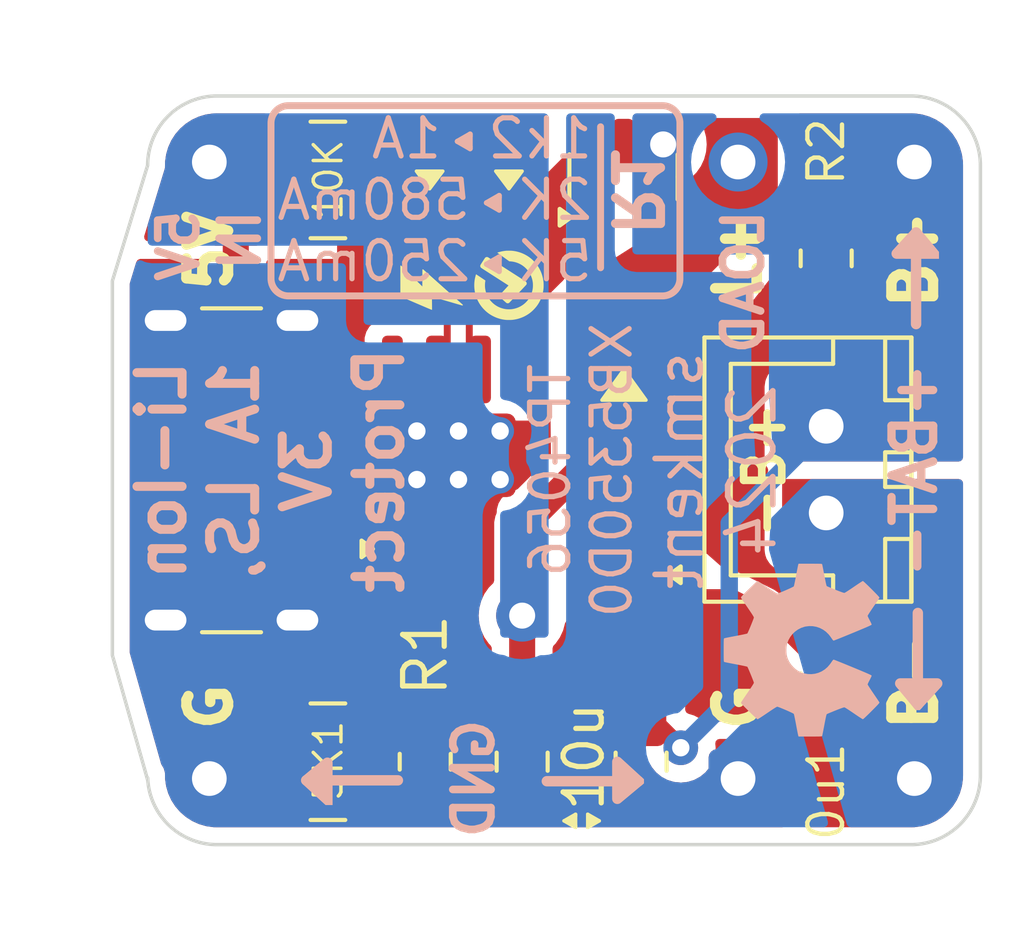
<source format=kicad_pcb>
(kicad_pcb (version 20240108) (generator "pcbnew") (generator_version "8.0")
  (layers (0 "F.Cu" signal) (31 "B.Cu" signal) (34 "B.Paste" user) (35 "F.Paste" user) (36 "B.SilkS" user "B.Silkscreen") (37 "F.SilkS" user "F.Silkscreen") (38 "B.Mask" user) (39 "F.Mask" user) (44 "Edge.Cuts" user))
  (net 0 "")
  (net 1 "GND")
  (net 2 "VIN")
  (net 3 "VOUT")
  (net 4 "B+")
  (net 5 "Net-(LED1-A)")
  (net 6 "Net-(LED1-K)")
  (net 7 "Net-(LED2-A)")
  (net 8 "Net-(LED2-K)")
  (net 9 "Net-(U1-PROG)")
  (net 10 "Net-(J0-CC1)")
  (net 11 "Net-(J0-CC2)")
  (net 14 "B-")
  (net 15 "BATVDD")
  (footprint "Resistor_SMD:R_Array_Convex_4x0603" (layer "F.Cu") (at 125.338 111.2735)
    (property "Reference" "RN2" (hide yes))
    (property "Value" "5K1")
    (pad "1" smd rect (at -0.9 -1.2) (size 0.8 0.5) (layers "F.Cu" "F.Paste" "F.Mask") (net 11 "Net-(J0-CC2)"))
    (pad "2" smd rect (at -0.9 -0.4) (size 0.8 0.4) (layers "F.Cu" "F.Paste" "F.Mask") (net 10 "Net-(J0-CC1)"))
    (pad "3" smd rect (at -0.9 0.4) (size 0.8 0.4) (layers "F.Cu" "F.Paste" "F.Mask") (net 1 "GND"))
    (pad "4" smd rect (at -0.9 1.2) (size 0.8 0.5) (layers "F.Cu" "F.Paste" "F.Mask") (net 1 "GND"))
    (pad "5" smd rect (at 0.9 1.2) (size 0.8 0.5) (layers "F.Cu" "F.Paste" "F.Mask") (net 1 "GND"))
    (pad "6" smd rect (at 0.9 0.4) (size 0.8 0.4) (layers "F.Cu" "F.Paste" "F.Mask") (net 1 "GND"))
    (pad "7" smd rect (at 0.9 -0.4) (size 0.8 0.4) (layers "F.Cu" "F.Paste" "F.Mask") (net 1 "GND"))
    (pad "8" smd rect (at 0.9 -1.2) (size 0.8 0.5) (layers "F.Cu" "F.Paste" "F.Mask") (net 1 "GND"))
  )
  (footprint "Resistor_SMD:R_0805_2012Metric_Pad1.20x1.40mm_HandSolder" (layer "F.Cu") (at 128.143 111.2735 -90)
    (property "Reference" "R1" (hide yes))
    (property "Value" "1K2")
    (pad "1" smd roundrect (at -1 0 270) (size 1.2 1.4) (layers "F.Cu" "F.Paste" "F.Mask") (roundrect_rratio 0.208333) (net 9 "Net-(U1-PROG)"))
    (pad "2" smd roundrect (at 1 0 270) (size 1.2 1.4) (layers "F.Cu" "F.Paste" "F.Mask") (roundrect_rratio 0.208333) (net 1 "GND"))
  )
  (footprint "custom:SOIC-8-1EP_3.9x4.9mm_P1.27mm_EP2.41x3.3mm_ThermalVias_CustomVias" (layer "F.Cu") (at 129.102 102.437 90)
    (property "Reference" "U1" (hide yes))
    (property "Value" "TP4056")
    (pad "1" smd roundrect (at -2.475 -1.905 90) (size 1.95 0.6) (layers "F.Cu" "F.Paste" "F.Mask") (net 1 "GND"))
    (pad "2" smd roundrect (at -2.475 -0.635 90) (size 1.95 0.6) (layers "F.Cu" "F.Paste" "F.Mask") (net 9 "Net-(U1-PROG)"))
    (pad "3" smd roundrect (at -2.475 0.635 90) (size 1.95 0.6) (layers "F.Cu" "F.Paste" "F.Mask") (net 1 "GND"))
    (pad "4" smd roundrect (at -2.475 1.905 90) (size 1.95 0.6) (layers "F.Cu" "F.Paste" "F.Mask") (net 2 "VIN"))
    (pad "5" smd roundrect (at 2.475 1.905 90) (size 1.95 0.6) (layers "F.Cu" "F.Paste" "F.Mask") (net 4 "B+"))
    (pad "6" smd roundrect (at 2.475 0.635 90) (size 1.95 0.6) (layers "F.Cu" "F.Paste" "F.Mask") (net 8 "Net-(LED2-K)"))
    (pad "7" smd roundrect (at 2.475 -0.635 90) (size 1.95 0.6) (layers "F.Cu" "F.Paste" "F.Mask") (net 6 "Net-(LED1-K)"))
    (pad "8" smd roundrect (at 2.475 -1.905 90) (size 1.95 0.6) (layers "F.Cu" "F.Paste" "F.Mask") (net 2 "VIN"))
    (pad "9" thru_hole circle (at -0.7 -1.2 90) (size 0.8 0.8) (drill 0.5) (property pad_prop_heatsink) (layers "*.Cu") (net 1 "GND"))
    (pad "9" thru_hole circle (at -0.7 0 90) (size 0.8 0.8) (drill 0.5) (property pad_prop_heatsink) (layers "*.Cu") (net 1 "GND"))
    (pad "9" thru_hole circle (at -0.7 1.2 90) (size 0.8 0.8) (drill 0.5) (property pad_prop_heatsink) (layers "*.Cu") (net 1 "GND"))
    (pad "9" smd rect (at 0 0 90) (size 1.9 2.9) (property pad_prop_heatsink) (layers "B.Cu") (net 1 "GND"))
    (pad "9" smd roundrect (at 0 0 90) (size 2.41 3.3) (property pad_prop_heatsink) (layers "F.Cu" "F.Mask") (roundrect_rratio 0.1037344398) (net 1 "GND"))
    (pad "9" thru_hole circle (at 0.7 -1.2 90) (size 0.8 0.8) (drill 0.5) (property pad_prop_heatsink) (layers "*.Cu") (net 1 "GND"))
    (pad "9" thru_hole circle (at 0.7 0 90) (size 0.8 0.8) (drill 0.5) (property pad_prop_heatsink) (layers "*.Cu") (net 1 "GND"))
    (pad "9" thru_hole circle (at 0.7 1.2 90) (size 0.8 0.8) (drill 0.5) (property pad_prop_heatsink) (layers "*.Cu") (net 1 "GND"))
  )
  (footprint "custom:JST_XH_B2B-XH-A_1x02_P2.50mm_Vertical_simple" (layer "F.Cu") (at 139.7 101.6 -90)
    (property "Reference" "BT1" (hide yes))
    (property "Value" "Battery_Cell")
    (pad "1" thru_hole oval (at 0 0 270) (size 1.7 2) (drill 1) (layers "*.Cu" "*.Mask") (net 4 "B+"))
    (pad "2" thru_hole oval (at 2.5 0 270) (size 1.7 2) (drill 1) (layers "*.Cu" "*.Mask") (net 14 "B-"))
  )
  (footprint "Capacitor_SMD:C_0805_2012Metric_Pad1.18x1.45mm_HandSolder" (layer "F.Cu") (at 130.937 111.2735 -90)
    (property "Reference" "C1" (hide yes))
    (property "Value" "10uF")
    (pad "1" smd roundrect (at -1.0375 0 270) (size 1.175 1.45) (layers "F.Cu" "F.Paste" "F.Mask") (roundrect_rratio 0.212766) (net 2 "VIN"))
    (pad "2" smd roundrect (at 1.0375 0 270) (size 1.175 1.45) (layers "F.Cu" "F.Paste" "F.Mask") (roundrect_rratio 0.212766) (net 1 "GND"))
  )
  (footprint "graphics:icon-check-mark-circle-2mm" (layer "F.Cu") (at 130.55617 97.535828 90)
    (property "Reference" "G***" (hide yes))
    (property "Value" "LOGO" (hide yes))
  )
  (footprint "custom:LED_0805_2012Metric_Pad1.15x1.40mm_HandSolder_simple" (layer "F.Cu") (at 128.27 94.497 90)
    (property "Reference" "LED1" (hide yes))
    (property "Value" "Charge")
    (pad "1" smd roundrect (at -1.025 0 90) (size 1.15 1.4) (layers "F.Cu" "F.Paste" "F.Mask") (roundrect_rratio 0.217391) (net 6 "Net-(LED1-K)"))
    (pad "2" smd roundrect (at 1.025 0 90) (size 1.15 1.4) (layers "F.Cu" "F.Paste" "F.Mask") (roundrect_rratio 0.217391) (net 5 "Net-(LED1-A)"))
  )
  (footprint "Capacitor_SMD:C_0805_2012Metric_Pad1.18x1.45mm_HandSolder" (layer "F.Cu") (at 134.366 111.2735 90)
    (property "Reference" "C2" (hide yes))
    (property "Value" "10uF")
    (pad "1" smd roundrect (at -1.0375 0 90) (size 1.175 1.45) (layers "F.Cu" "F.Paste" "F.Mask") (roundrect_rratio 0.212766) (net 1 "GND"))
    (pad "2" smd roundrect (at 1.0375 0 90) (size 1.175 1.45) (layers "F.Cu" "F.Paste" "F.Mask") (roundrect_rratio 0.212766) (net 4 "B+"))
  )
  (footprint "custom:SOT-23-5_simple" (layer "F.Cu") (at 133.667 107.1825 -90)
    (property "Reference" "U2" (hide yes))
    (property "Value" "XB5350D0")
    (pad "1" smd roundrect (at -1.1375 -0.95 270) (size 1.325 0.6) (layers "F.Cu" "F.Paste" "F.Mask"))
    (pad "2" smd roundrect (at -1.1375 0 270) (size 1.325 0.6) (layers "F.Cu" "F.Paste" "F.Mask") (net 14 "B-"))
    (pad "3" smd roundrect (at -1.1375 0.95 270) (size 1.325 0.6) (layers "F.Cu" "F.Paste" "F.Mask") (net 15 "BATVDD"))
    (pad "4" smd roundrect (at 1.1375 0.95 270) (size 1.325 0.6) (layers "F.Cu" "F.Paste" "F.Mask") (net 1 "GND"))
    (pad "5" smd roundrect (at 1.1375 -0.95 270) (size 1.325 0.6) (layers "F.Cu" "F.Paste" "F.Mask") (net 1 "GND"))
  )
  (footprint "Capacitor_SMD:C_0805_2012Metric_Pad1.18x1.45mm_HandSolder" (layer "F.Cu") (at 139.7 108.9875 90)
    (property "Reference" "C3" (hide yes))
    (property "Value" "0.1uF")
    (pad "1" smd roundrect (at -1.0375 0 90) (size 1.175 1.45) (layers "F.Cu" "F.Paste" "F.Mask") (roundrect_rratio 0.212766) (net 14 "B-"))
    (pad "2" smd roundrect (at 1.0375 0 90) (size 1.175 1.45) (layers "F.Cu" "F.Paste" "F.Mask") (roundrect_rratio 0.212766) (net 15 "BATVDD"))
  )
  (footprint "Package_TO_SOT_SMD:SOT-23" (layer "F.Cu") (at 133.858 94.4095 90)
    (property "Reference" "Q1" (hide yes))
    (property "Value" "AO3401A")
    (pad "1" smd roundrect (at -0.9375 -0.95 90) (size 1.475 0.6) (layers "F.Cu" "F.Paste" "F.Mask") (net 2 "VIN"))
    (pad "2" smd roundrect (at -0.9375 0.95 90) (size 1.475 0.6) (layers "F.Cu" "F.Paste" "F.Mask") (net 3 "VOUT"))
    (pad "3" smd roundrect (at 0.9375 0 90) (size 1.475 0.6) (layers "F.Cu" "F.Paste" "F.Mask") (net 4 "B+"))
  )
  (footprint "custom:D_SMA_simple" (layer "F.Cu") (at 133.858 100.425 -90)
    (property "Reference" "D3" (hide yes))
    (property "Value" "SS34")
    (pad "1" smd roundrect (at -2 0 270) (size 2.5 1.8) (layers "F.Cu" "F.Paste" "F.Mask") (roundrect_rratio 0.1388888889) (net 3 "VOUT"))
    (pad "2" smd roundrect (at 2 0 270) (size 2.5 1.8) (layers "F.Cu" "F.Paste" "F.Mask") (roundrect_rratio 0.1388888889) (net 2 "VIN"))
  )
  (footprint "custom:USB_C_Receptacle_GCT_USB4125-xx-x_6P_TopMnt_Horizontal_handsolder" (layer "F.Cu") (at 121.46 102.87 -90)
    (property "Reference" "J0" (hide yes))
    (property "Value" "USB_C_Receptacle_PowerOnly_6P")
    (pad "A5" smd roundrect (at -0.5 -3.28 270) (size 0.7 1.6) (layers "F.Cu" "F.Paste" "F.Mask") (net 10 "Net-(J0-CC1)"))
    (pad "A9" smd roundrect (at 1.52 -3.28 90) (size 0.76 1.6) (layers "F.Cu" "F.Paste" "F.Mask") (net 2 "VIN"))
    (pad "A12" smd roundrect (at 2.75 -3.28 90) (size 0.8 1.6) (layers "F.Cu" "F.Paste" "F.Mask") (net 1 "GND"))
    (pad "B5" smd roundrect (at 0.5 -3.28 90) (size 0.7 1.6) (layers "F.Cu" "F.Paste" "F.Mask") (net 11 "Net-(J0-CC2)"))
    (pad "B9" smd roundrect (at -1.52 -3.28 270) (size 0.76 1.6) (layers "F.Cu" "F.Paste" "F.Mask") (net 2 "VIN"))
    (pad "B12" smd roundrect (at -2.75 -3.28 270) (size 0.8 1.6) (layers "F.Cu" "F.Paste" "F.Mask") (net 1 "GND"))
    (pad "S1" thru_hole oval (at -4.32 -3 270) (size 1.1 1.7) (drill oval 0.6 1.2) (layers "*.Cu" "*.Mask" "F.Paste") (net 1 "GND"))
    (pad "S1" thru_hole oval (at -4.32 0.8 270) (size 1.1 1.7) (drill oval 0.6 1.2) (layers "*.Cu" "*.Mask" "F.Paste") (net 1 "GND"))
    (pad "S1" thru_hole oval (at 4.32 -3 270) (size 1.1 1.7) (drill oval 0.6 1.2) (layers "*.Cu" "*.Mask" "F.Paste") (net 1 "GND"))
    (pad "S1" thru_hole oval (at 4.32 0.8 270) (size 1.1 1.7) (drill oval 0.6 1.2) (layers "*.Cu" "*.Mask" "F.Paste") (net 1 "GND"))
  )
  (footprint "Resistor_SMD:R_0805_2012Metric_Pad1.20x1.40mm_HandSolder" (layer "F.Cu") (at 139.7 96.758 -90)
    (property "Reference" "R2" (hide yes))
    (property "Value" "100R")
    (pad "1" smd roundrect (at -1 0 270) (size 1.2 1.4) (layers "F.Cu" "F.Paste" "F.Mask") (roundrect_rratio 0.208333) (net 4 "B+"))
    (pad "2" smd roundrect (at 1 0 270) (size 1.2 1.4) (layers "F.Cu" "F.Paste" "F.Mask") (roundrect_rratio 0.208333) (net 15 "BATVDD"))
  )
  (footprint "custom:LED_0805_2012Metric_Pad1.15x1.40mm_HandSolder_simple" (layer "F.Cu") (at 130.556 94.497 90)
    (property "Reference" "LED2" (hide yes))
    (property "Value" "Done")
    (pad "1" smd roundrect (at -1.025 0 90) (size 1.15 1.4) (layers "F.Cu" "F.Paste" "F.Mask") (roundrect_rratio 0.217391) (net 8 "Net-(LED2-K)"))
    (pad "2" smd roundrect (at 1.025 0 90) (size 1.15 1.4) (layers "F.Cu" "F.Paste" "F.Mask") (roundrect_rratio 0.217391) (net 7 "Net-(LED2-A)"))
  )
  (footprint "Resistor_SMD:R_Array_Convex_4x0603" (layer "F.Cu") (at 125.338 94.497 180)
    (property "Reference" "RN1" (hide yes))
    (property "Value" "10K")
    (pad "1" smd rect (at -0.9 -1.2 180) (size 0.8 0.5) (layers "F.Cu" "F.Paste" "F.Mask") (net 1 "GND"))
    (pad "2" smd rect (at -0.9 -0.4 180) (size 0.8 0.4) (layers "F.Cu" "F.Paste" "F.Mask") (net 7 "Net-(LED2-A)"))
    (pad "3" smd rect (at -0.9 0.4 180) (size 0.8 0.4) (layers "F.Cu" "F.Paste" "F.Mask") (net 5 "Net-(LED1-A)"))
    (pad "4" smd rect (at -0.9 1.2 180) (size 0.8 0.5) (layers "F.Cu" "F.Paste" "F.Mask"))
    (pad "5" smd rect (at 0.9 1.2 180) (size 0.8 0.5) (layers "F.Cu" "F.Paste" "F.Mask"))
    (pad "6" smd rect (at 0.9 0.4 180) (size 0.8 0.4) (layers "F.Cu" "F.Paste" "F.Mask") (net 2 "VIN"))
    (pad "7" smd rect (at 0.9 -0.4 180) (size 0.8 0.4) (layers "F.Cu" "F.Paste" "F.Mask") (net 2 "VIN"))
    (pad "8" smd rect (at 0.9 -1.2 180) (size 0.8 0.5) (layers "F.Cu" "F.Paste" "F.Mask") (net 2 "VIN"))
  )
  (footprint "graphics:icon-lightning-bolt-2mm" (layer "F.Cu") (at 128.259888 97.659736 90)
    (property "Reference" "G***" (hide yes))
    (property "Value" "LOGO" (hide yes))
  )
  (footprint "custom:PinHeader_1x01_P2.54mm_simple_square" (layer "B.Cu") (at 142.24 111.76 -90)
    (property "Reference" "J4" (hide yes))
    (property "Value" "Conn_01x01")
    (pad "1" thru_hole roundrect (at 0 0 270) (size 1.7 1.7) (drill 1) (layers "*.Cu" "*.Mask") (roundrect_rratio 0.1470588235) (net 14 "B-"))
  )
  (footprint "custom:PinHeader_1x01_P2.54mm_simple_square" (layer "B.Cu") (at 121.92 111.76 180)
    (property "Reference" "J2" (hide yes))
    (property "Value" "Conn_01x01")
    (pad "1" thru_hole roundrect (at 0 0 180) (size 1.7 1.7) (drill 1) (layers "*.Cu" "*.Mask") (roundrect_rratio 0.1470588235) (net 1 "GND"))
  )
  (footprint "custom:PinHeader_1x01_P2.54mm_simple" (layer "B.Cu") (at 121.92 93.98 180)
    (property "Reference" "J1" (hide yes))
    (property "Value" "Conn_01x01")
    (pad "1" thru_hole oval (at 0 0 180) (size 1.7 1.7) (drill 1) (layers "*.Cu" "*.Mask") (net 2 "VIN"))
  )
  (footprint "custom:PinHeader_1x01_P2.54mm_simple" (layer "B.Cu") (at 137.16 93.98 -90)
    (property "Reference" "J5" (hide yes))
    (property "Value" "Conn_01x01")
    (pad "1" thru_hole oval (at 0 0 270) (size 1.7 1.7) (drill 1) (layers "*.Cu" "*.Mask") (net 3 "VOUT"))
  )
  (footprint "custom:PinHeader_1x01_P2.54mm_simple_square" (layer "B.Cu") (at 137.16 111.76 180)
    (property "Reference" "J6" (hide yes))
    (property "Value" "Conn_01x01")
    (pad "1" thru_hole roundrect (at 0 0 180) (size 1.7 1.7) (drill 1) (layers "*.Cu" "*.Mask") (roundrect_rratio 0.1470588235) (net 1 "GND"))
  )
  (footprint "graphics:oshw-logo-5mm" (layer "B.Cu") (at 138.9888 108.0516 -90)
    (property "Reference" "G***" (hide yes))
    (property "Value" "LOGO" (hide yes))
  )
  (footprint "custom:PinHeader_1x01_P2.54mm_simple" (layer "B.Cu") (at 142.24 93.98 -90)
    (property "Reference" "J3" (hide yes))
    (property "Value" "Conn_01x01")
    (pad "1" thru_hole oval (at 0 0 270) (size 1.7 1.7) (drill 1) (layers "*.Cu" "*.Mask") (net 4 "B+"))
  )
  (gr_line (start 127.3556 111.8108) (end 124.714 111.8108) (stroke (width 0.3)) (layer "B.SilkS"))
  (gr_poly (pts (xy 134.2898 111.8362) (xy 133.6802 111.2774) (xy 133.6802 112.3442)) (stroke (width 0.3)) (fill solid) (layer "B.SilkS"))
  (gr_poly (pts (arc (start 134.9836 97.8408) (mid 135.337153 97.694353) (end 135.4836 97.3408)) (arc (start 135.4836 92.8544) (mid 135.337153 92.500847) (end 134.9836 92.3544)) (arc (start 124.198 92.3544) (mid 123.844447 92.500847) (end 123.698 92.8544)) (arc (start 123.698 97.3408) (mid 123.844447 97.694353) (end 124.198 97.8408))) (stroke (width 0.2)) (fill none) (layer "B.SilkS"))
  (gr_line (start 142.3416 106.9848) (end 142.3416 109.6264) (stroke (width 0.3)) (layer "B.SilkS"))
  (gr_poly (pts (xy 142.2908 96.012) (xy 141.732 96.6216) (xy 142.7988 96.6216)) (stroke (width 0.3)) (fill solid) (layer "B.SilkS"))
  (gr_poly (pts (xy 142.3416 109.6264) (xy 142.9004 109.0168) (xy 141.8336 109.0168)) (stroke (width 0.3)) (fill solid) (layer "B.SilkS"))
  (gr_line (start 142.2908 98.6536) (end 142.2908 96.012) (stroke (width 0.3)) (layer "B.SilkS"))
  (gr_line (start 133.1976 92.964) (end 133.1976 97.028) (stroke (width 0.2)) (layer "B.SilkS"))
  (gr_poly (pts (xy 124.714 111.8108) (xy 125.3236 112.3696) (xy 125.3236 111.3028)) (stroke (width 0.3)) (fill solid) (layer "B.SilkS"))
  (gr_line (start 131.6482 111.8362) (end 134.2898 111.8362) (stroke (width 0.3)) (layer "B.SilkS"))
  (gr_poly (pts (arc (start 142.145 92.075) (mid 143.559214 92.660786) (end 144.145 94.075)) (arc (start 144.145 111.665) (mid 143.559214 113.079214) (end 142.145 113.665)) (arc (start 122.142 113.665) (mid 120.727786 113.079214) (end 120.142 111.665)) (xy 120.144516 111.807863) (xy 119.126 108.204) (xy 119.126 97.409) (arc (start 120.142 94.075) (mid 120.727786 92.660786) (end 122.142 92.075))) (stroke (width 0.1)) (fill none) (layer "Edge.Cuts"))
  (gr_text "R1" (at 134.2136 94.7928 270) (layer "B.SilkS") (effects (font (size 1.3 1.3) (thickness 0.26) (bold yes)) (justify mirror)))
  (gr_text "1k2‣1A\n2K‣580mA\n5K‣250mA" (at 133.0452 92.6592 0) (layer "B.SilkS") (effects (font (size 1.1 1.1)) (justify left top mirror)))
  (gr_text "TP4056\nXB5350D0" (at 131.105362 102.87 90) (layer "B.SilkS") (effects (font (size 1.1 1.1)) (justify top mirror)))
  (gr_text "Li-Ion\n1A LS,\n3V\nProtect" (at 119.7864 102.87 90) (layer "B.SilkS") (effects (font (size 1.3 1.3) (thickness 0.26) (bold yes)) (justify top mirror)))
  (gr_text "LOAD" (at 137.3124 95.25 90) (layer "B.SilkS") (effects (font (size 1.1 1.1) (thickness 0.22) (bold yes)) (justify left mirror)))
  (gr_text "5V\nIN" (at 121.92 95.25 90) (layer "B.SilkS") (effects (font (size 1.1 1.1) (thickness 0.22) (bold yes)) (justify left mirror)))
  (gr_text "smkent\n2024" (at 138.3284 102.87 90) (layer "B.SilkS") (effects (font (size 1.3 1.3) (thickness 0.1625)) (justify bottom mirror)))
  (gr_text "GND" (at 129.54 111.76 90) (layer "B.SilkS") (effects (font (size 1.1 1.1) (thickness 0.22) (bold yes)) (justify mirror)))
  (gr_text "+BAT-" (at 142.24 102.87 90) (layer "B.SilkS") (effects (font (size 1.2 1.2) (thickness 0.24) (bold yes)) (justify mirror)))
  (gr_text "G" (at 121.92 110.49 90) (layer "F.SilkS") (effects (font (size 1.2 1.2) (thickness 0.3) (bold yes)) (justify left)))
  (gr_text "‣" (at 132.334 112.903 0) (layer "F.SilkS") (effects (font (size 1 1) (thickness 0.1)) (justify mirror)))
  (gr_text "B+" (at 142.24 95.25 90) (layer "F.SilkS") (effects (font (size 1.2 1.2) (thickness 0.3) (bold yes)) (justify right)))
  (gr_text "5K1" (at 125.349 111.252 90) (layer "F.SilkS") (effects (font (size 0.8 0.8) (thickness 0.1))))
  (gr_text "‣" (at 132.969 112.903 0) (layer "F.SilkS") (effects (font (size 1 1) (thickness 0.1))))
  (gr_text "L+" (at 137.16 95.25 90) (layer "F.SilkS") (effects (font (size 1.2 1.2) (thickness 0.3) (bold yes)) (justify right)))
  (gr_text "B-" (at 142.24 110.49 90) (layer "F.SilkS") (effects (font (size 1.2 1.2) (thickness 0.3) (bold yes)) (justify left)))
  (gr_text "10u" (at 132.715 111.125 90) (layer "F.SilkS") (effects (font (size 1.1 1.1))))
  (gr_text "R1" (at 128.143 109.473998 90) (layer "F.SilkS") (effects (font (size 1.2 1.2)) (justify left)))
  (gr_text "R2" (at 139.7 94.742 90) (layer "F.SilkS") (effects (font (size 1 1) (thickness 0.125)) (justify left)))
  (gr_text "10K" (at 125.349 94.488 90) (layer "F.SilkS") (effects (font (size 0.8 0.8) (thickness 0.1))))
  (gr_text "-B+" (at 137.922 102.87 90) (layer "F.SilkS") (effects (font (size 1.1 1.1) (thickness 0.22) (bold yes))))
  (gr_text "G" (at 137.16 110.49 90) (layer "F.SilkS") (effects (font (size 1.2 1.2) (thickness 0.3) (bold yes)) (justify left)))
  (gr_text "5V" (at 121.92 95.25 90) (layer "F.SilkS") (effects (font (size 1.2 1.2) (thickness 0.3) (bold yes)) (justify right)))
  (gr_text "0u1" (at 139.7 112.141 90) (layer "F.SilkS") (effects (font (size 1 1) (thickness 0.125))))
  (segment (start 134.617 108.32) (end 132.717 108.32) (width 1) (layer "F.Cu") (net 1))
  (segment (start 131.007 104.451) (end 133.033 102.425) (width 0.75) (layer "F.Cu") (net 2))
  (segment (start 130.937 107.061) (end 130.937 110.236) (width 0.75) (layer "F.Cu") (net 2))
  (segment (start 124.438 94.097) (end 124.438 95.697) (width 0.2) (layer "F.Cu") (net 2))
  (segment (start 123.94 101.35) (end 122.682 100.092) (width 0.75) (layer "F.Cu") (net 2))
  (segment (start 131.007 104.912) (end 131.007 104.451) (width 0.75) (layer "F.Cu") (net 2))
  (segment (start 126.115 101.87949) (end 126.115 103.86051) (width 0.75) (layer "F.Cu") (net 2))
  (segment (start 122.682 94.742) (end 121.92 93.98) (width 0.75) (layer "F.Cu") (net 2))
  (segment (start 132.908 95.347) (end 132.608001 95.646999) (width 0.2) (layer "F.Cu") (net 2))
  (segment (start 125.809 101.35) (end 124.74 101.35) (width 0.75) (layer "F.Cu") (net 2))
  (segment (start 131.007 104.912) (end 131.007 106.991) (width 0.75) (layer "F.Cu") (net 2))
  (segment (start 132.608001 95.646999) (end 132.608001 101.175001) (width 0.2) (layer "F.Cu") (net 2))
  (segment (start 126.115 103.86051) (end 125.58551 104.39) (width 0.75) (layer "F.Cu") (net 2))
  (segment (start 125.58551 104.39) (end 124.74 104.39) (width 0.75) (layer "F.Cu") (net 2))
  (segment (start 131.007 106.991) (end 130.937 107.061) (width 0.75) (layer "F.Cu") (net 2))
  (segment (start 133.033 102.425) (end 133.858 102.425) (width 0.75) (layer "F.Cu") (net 2))
  (segment (start 125.58551 101.35) (end 126.115 101.87949) (width 0.75) (layer "F.Cu") (net 2))
  (segment (start 127.197 99.962) (end 125.809 101.35) (width 0.75) (layer "F.Cu") (net 2))
  (segment (start 124.74 101.35) (end 125.58551 101.35) (width 0.75) (layer "F.Cu") (net 2))
  (segment (start 124.74 101.35) (end 123.94 101.35) (width 0.75) (layer "F.Cu") (net 2))
  (segment (start 132.608001 101.175001) (end 133.858 102.425) (width 0.2) (layer "F.Cu") (net 2))
  (segment (start 122.682 100.092) (end 122.682 94.742) (width 0.75) (layer "F.Cu") (net 2))
  (via (at 130.937 107.061) (size 1.5) (drill 0.75) (layers "F.Cu" "B.Cu") (net 2))
  (segment (start 133.01604 93.472) (end 133.858 93.472) (width 0.75) (layer "F.Cu") (net 4))
  (segment (start 131.831 97.15) (end 131.831 94.65704) (width 0.75) (layer "F.Cu") (net 4))
  (segment (start 131.007 99.962) (end 131.007 97.974) (width 0.75) (layer "F.Cu") (net 4))
  (segment (start 131.007 97.974) (end 131.831 97.15) (width 0.75) (layer "F.Cu") (net 4))
  (segment (start 131.831 94.65704) (end 133.01604 93.472) (width 0.75) (layer "F.Cu") (net 4))
  (segment (start 134.874 110.236) (end 134.366 110.236) (width 0.5) (layer "F.Cu") (net 4))
  (segment (start 133.858 93.472) (end 135.001 93.472) (width 0.75) (layer "F.Cu") (net 4))
  (segment (start 135.509 110.871) (end 134.874 110.236) (width 0.5) (layer "F.Cu") (net 4))
  (via (at 135.001 93.472) (size 1.5) (drill 0.75) (layers "F.Cu" "B.Cu") (net 4))
  (via (at 135.509 110.871) (size 1) (drill 0.5) (layers "F.Cu" "B.Cu") (net 4))
  (segment (start 135.509 110.871) (end 136.906 109.474) (width 0.5) (layer "B.Cu") (net 4))
  (segment (start 135.001 93.472) (end 135.001 93.836255) (width 0.75) (layer "B.Cu") (net 4))
  (segment (start 136.906 109.474) (end 136.906 104.394) (width 0.5) (layer "B.Cu") (net 4))
  (segment (start 136.906 104.394) (end 139.7 101.6) (width 0.5) (layer "B.Cu") (net 4))
  (segment (start 128.27 93.472) (end 128.143 93.472) (width 0.2) (layer "F.Cu") (net 5))
  (segment (start 127.518 94.097) (end 126.238 94.097) (width 0.2) (layer "F.Cu") (net 5))
  (segment (start 128.143 93.472) (end 127.518 94.097) (width 0.2) (layer "F.Cu") (net 5))
  (segment (start 128.778 99.651) (end 128.467 99.962) (width 0.2) (layer "F.Cu") (net 6))
  (segment (start 128.27 95.522) (end 128.778 96.03) (width 0.2) (layer "F.Cu") (net 6))
  (segment (start 128.778 96.03) (end 128.778 99.651) (width 0.2) (layer "F.Cu") (net 6))
  (segment (start 126.238 94.897) (end 126.488 94.647) (width 0.2) (layer "F.Cu") (net 7))
  (segment (start 129.381 94.647) (end 130.556 93.472) (width 0.2) (layer "F.Cu") (net 7))
  (segment (start 126.488 94.647) (end 129.381 94.647) (width 0.2) (layer "F.Cu") (net 7))
  (segment (start 129.413 99.638) (end 129.737 99.962) (width 0.2) (layer "F.Cu") (net 8))
  (segment (start 130.556 95.522) (end 129.413 96.665) (width 0.2) (layer "F.Cu") (net 8))
  (segment (start 129.413 96.665) (end 129.413 99.638) (width 0.2) (layer "F.Cu") (net 8))
  (segment (start 128.467 104.912) (end 128.467 109.9495) (width 0.2) (layer "F.Cu") (net 9))
  (segment (start 128.467 109.9495) (end 128.143 110.2735) (width 0.2) (layer "F.Cu") (net 9))
  (segment (start 124.263398 102.37) (end 124.74 102.37) (width 0.2) (layer "F.Cu") (net 10))
  (segment (start 124.438 110.8735) (end 123.838 110.8735) (width 0.2) (layer "F.Cu") (net 10))
  (segment (start 122.91 103.723398) (end 124.263398 102.37) (width 0.2) (layer "F.Cu") (net 10))
  (segment (start 123.838 110.8735) (end 122.91 109.9455) (width 0.2) (layer "F.Cu") (net 10))
  (segment (start 122.91 109.9455) (end 122.91 103.723398) (width 0.2) (layer "F.Cu") (net 10))
  (segment (start 123.31 108.9455) (end 123.31 104.32177) (width 0.2) (layer "F.Cu") (net 11))
  (segment (start 124.438 110.0735) (end 123.31 108.9455) (width 0.2) (layer "F.Cu") (net 11))
  (segment (start 123.31 104.32177) (end 124.26177 103.37) (width 0.2) (layer "F.Cu") (net 11))
  (segment (start 124.26177 103.37) (end 124.74 103.37) (width 0.2) (layer "F.Cu") (net 11))
  (segment (start 133.667 106.707499) (end 134.167001 107.2075) (width 0.5) (layer "F.Cu") (net 14))
  (segment (start 133.667 106.045) (end 133.667 106.707499) (width 0.5) (layer "F.Cu") (net 14))
  (segment (start 136.8825 107.2075) (end 139.7 110.025) (width 0.5) (layer "F.Cu") (net 14))
  (segment (start 134.167001 107.2075) (end 136.8825 107.2075) (width 0.5) (layer "F.Cu") (net 14))
  (segment (start 133.959501 104.14) (end 135.382 104.14) (width 0.5) (layer "F.Cu") (net 15))
  (segment (start 132.717 106.045) (end 132.717 105.382501) (width 0.5) (layer "F.Cu") (net 15))
  (segment (start 135.382 104.14) (end 135.89 103.632) (width 0.5) (layer "F.Cu") (net 15))
  (segment (start 132.717 105.382501) (end 133.959501 104.14) (width 0.5) (layer "F.Cu") (net 15))
  (segment (start 139.478 97.758) (end 139.7 97.758) (width 0.5) (layer "F.Cu") (net 15))
  (segment (start 135.89 103.632) (end 135.89 101.346) (width 0.5) (layer "F.Cu") (net 15))
  (segment (start 135.89 101.346) (end 139.478 97.758) (width 0.5) (layer "F.Cu") (net 15))
  (zone (net 4) (net_name "B+") (layer "F.Cu") (priority 7) (connect_pads yes (clearance 0.5)) (min_thickness 0.25) (fill yes (thermal_gap 0.5) (thermal_bridge_width 0.5))
    (polygon (pts (xy 138.43 100.33) (xy 138.43 102.616) (xy 144.145 102.616) (xy 144.145 92.075) (xy 138.811 92.075) (xy 138.811 96.52) (xy 141.097 96.52) (xy 141.097 100.33)))
  )
  (zone (net 14) (net_name "B-") (layer "F.Cu") (priority 2) (connect_pads yes (clearance 0.5)) (min_thickness 0.25) (fill yes (thermal_gap 0.5) (thermal_bridge_width 0.5))
    (polygon (pts (xy 144.145 105.918) (xy 144.145 109.982) (xy 144.145 113.538) (xy 138.938 113.538) (xy 138.938 110.236) (xy 135.636 110.236) (xy 135.636 108.966) (xy 134.239 108.966) (xy 134.239 106.934) (xy 133.35 106.934) (xy 133.35 104.902) (xy 134.366 104.902) (xy 134.366 106.299) (xy 137.033 106.299) (xy 138.049 106.807) (xy 138.049 109.093) (xy 141.097 109.093) (xy 141.097 105.283) (xy 138.43 105.283) (xy 138.43 102.87) (xy 144.145 102.87)))
  )
  (zone (net 2) (net_name "VIN") (layer "F.Cu") (priority 4) (connect_pads yes (clearance 0.5)) (min_thickness 0.25) (fill yes (thermal_gap 0.5) (thermal_bridge_width 0.5))
    (polygon (pts (xy 119.126 92.075) (xy 119.126 96.393) (xy 124.968 96.393) (xy 124.968 92.075)))
  )
  (zone (net 3) (net_name "VOUT") (layer "F.Cu") (connect_pads yes (clearance 0.5)) (min_thickness 0.25) (fill yes (thermal_gap 0.5) (thermal_bridge_width 0.5))
    (polygon (pts (xy 132.969 99.695) (xy 135.509 99.695) (xy 135.509 98.044) (xy 136.652 96.901) (xy 138.43 95.25) (xy 138.43 92.71) (xy 135.636 92.71) (xy 134.366 94.488) (xy 134.366 96.266) (xy 132.969 97.155)))
  )
  (zone (net 15) (net_name "BATVDD") (layer "F.Cu") (priority 1) (connect_pads yes (clearance 0.5)) (min_thickness 0.25) (fill yes (thermal_gap 0.5) (thermal_bridge_width 0.5))
    (polygon (pts (xy 138.43 108.839) (xy 140.843 108.839) (xy 140.843 105.537) (xy 138.176 105.537) (xy 138.176 100.076) (xy 140.843 100.076) (xy 140.843 96.901) (xy 138.43 96.901) (xy 135.255 100.965) (xy 135.255 104.394) (xy 138.43 107.188)))
  )
  (zone (net 1) (net_name "GND") (layer "F.Cu") (priority 5) (connect_pads yes (clearance 0.5)) (min_thickness 0.25) (fill yes (thermal_gap 0.5) (thermal_bridge_width 0.5))
    (polygon (pts (xy 125.603 96.774) (xy 125.603 95.25) (xy 126.873 95.25) (xy 126.873 96.774) (xy 131.699 96.774) (xy 131.826 107.188) (xy 134.112 107.188) (xy 134.112 109.093) (xy 136.144 110.617) (xy 138.557 110.617) (xy 138.557 113.665) (xy 119.126 113.665) (xy 119.126 96.774)))
  )
  (zone (net 2) (net_name "VIN") (layer "B.Cu") (priority 2) (connect_pads yes (clearance 0.5)) (min_thickness 0.25) (fill yes (thermal_gap 0.5) (thermal_bridge_width 0.5))
    (polygon (pts (xy 120.142 92.075) (xy 120.142 96.393) (xy 126.365 96.393) (xy 126.365 98.679) (xy 130.302 98.679) (xy 130.302 107.696) (xy 131.699 107.696) (xy 131.699 92.075) (xy 126.746 92.075)))
  )
  (zone (net 4) (net_name "B+") (layer "B.Cu") (priority 6) (connect_pads yes (clearance 0.5)) (min_thickness 0.25) (fill yes (thermal_gap 0.5) (thermal_bridge_width 0.5))
    (polygon (pts (xy 144.145 92.075) (xy 144.145 102.616) (xy 138.176 102.616) (xy 138.049 100.584) (xy 138.049 96.647) (xy 134.112 96.647) (xy 134.112 92.075)))
  )
  (zone (net 1) (net_name "GND") (layer "B.Cu") (priority 1) (connect_pads yes (clearance 0.5)) (min_thickness 0.25) (fill yes (thermal_gap 0.5) (thermal_bridge_width 0.5))
    (polygon (pts (xy 119.126 92.075) (xy 144.145 92.075) (xy 144.145 113.538) (xy 119.126 113.665)))
  )
  (zone (net 14) (net_name "B-") (layer "B.Cu") (priority 6) (connect_pads yes (clearance 0.5)) (min_thickness 0.25) (fill yes (thermal_gap 0.5) (thermal_bridge_width 0.5))
    (polygon (pts (xy 144.145 113.665) (xy 144.145 103.124) (xy 138.176 103.124) (xy 138.049 105.156) (xy 140.462 113.665)))
  )
)
</source>
